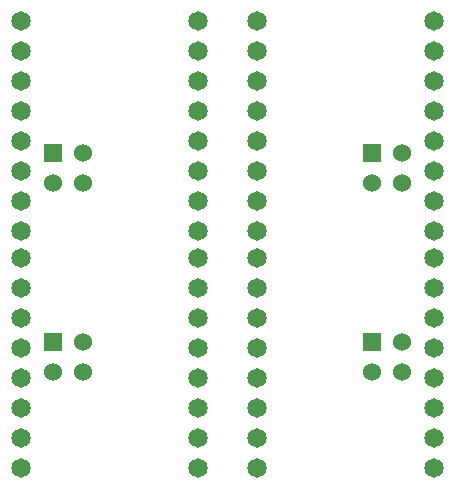
<source format=gbs>
G04 (created by PCBNEW (2013-mar-13)-testing) date Wed 23 Jul 2014 10:13:11 AM PDT*
%MOIN*%
G04 Gerber Fmt 3.4, Leading zero omitted, Abs format*
%FSLAX34Y34*%
G01*
G70*
G90*
G04 APERTURE LIST*
%ADD10C,0.005906*%
%ADD11C,0.065000*%
%ADD12R,0.060000X0.060000*%
%ADD13C,0.060000*%
G04 APERTURE END LIST*
G54D10*
G54D11*
X20669Y-20122D03*
X20669Y-21122D03*
X20669Y-22122D03*
X20669Y-23122D03*
X20669Y-24122D03*
X20669Y-25122D03*
X20669Y-26122D03*
X20669Y-27122D03*
X26574Y-27122D03*
X26574Y-26122D03*
X26574Y-25122D03*
X26574Y-24122D03*
X26574Y-23122D03*
X26574Y-22122D03*
X26574Y-21122D03*
X26574Y-20122D03*
X20669Y-27996D03*
X20669Y-28996D03*
X20669Y-29996D03*
X20669Y-30996D03*
X20669Y-31996D03*
X20669Y-32996D03*
X20669Y-33996D03*
X20669Y-34996D03*
X26574Y-34996D03*
X26574Y-33996D03*
X26574Y-32996D03*
X26574Y-31996D03*
X26574Y-30996D03*
X26574Y-29996D03*
X26574Y-28996D03*
X26574Y-27996D03*
X28543Y-20122D03*
X28543Y-21122D03*
X28543Y-22122D03*
X28543Y-23122D03*
X28543Y-24122D03*
X28543Y-25122D03*
X28543Y-26122D03*
X28543Y-27122D03*
X34448Y-27122D03*
X34448Y-26122D03*
X34448Y-25122D03*
X34448Y-24122D03*
X34448Y-23122D03*
X34448Y-22122D03*
X34448Y-21122D03*
X34448Y-20122D03*
X28543Y-27996D03*
X28543Y-28996D03*
X28543Y-29996D03*
X28543Y-30996D03*
X28543Y-31996D03*
X28543Y-32996D03*
X28543Y-33996D03*
X28543Y-34996D03*
X34448Y-34996D03*
X34448Y-33996D03*
X34448Y-32996D03*
X34448Y-31996D03*
X34448Y-30996D03*
X34448Y-29996D03*
X34448Y-28996D03*
X34448Y-27996D03*
G54D12*
X21744Y-24500D03*
G54D13*
X21744Y-25500D03*
X22744Y-24500D03*
X22744Y-25500D03*
G54D12*
X21744Y-30799D03*
G54D13*
X21744Y-31799D03*
X22744Y-30799D03*
X22744Y-31799D03*
G54D12*
X32374Y-24500D03*
G54D13*
X32374Y-25500D03*
X33374Y-24500D03*
X33374Y-25500D03*
G54D12*
X32374Y-30799D03*
G54D13*
X32374Y-31799D03*
X33374Y-30799D03*
X33374Y-31799D03*
M02*

</source>
